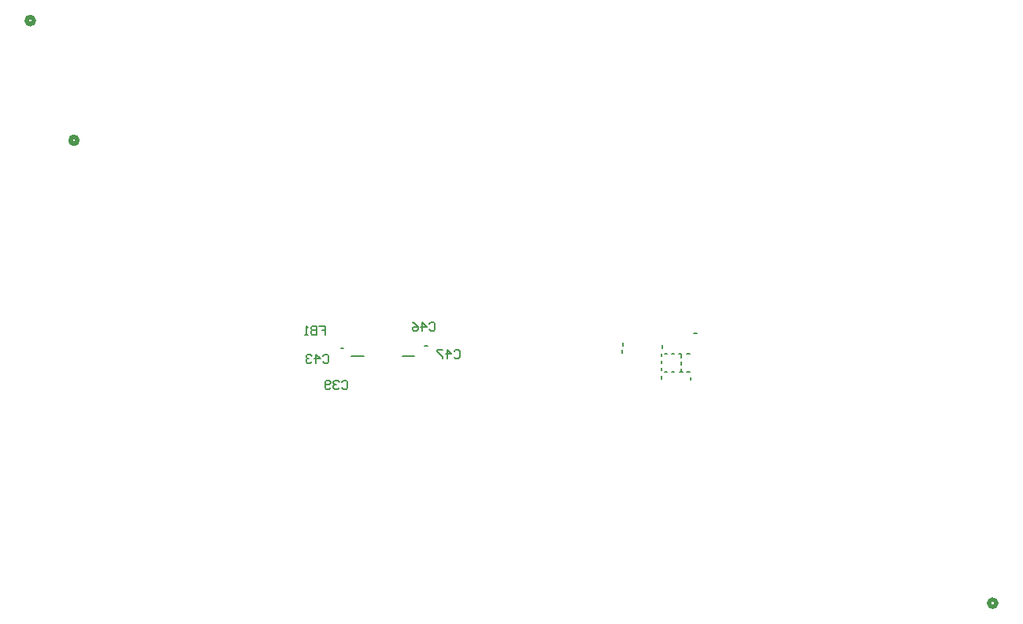
<source format=gbo>
G04*
G04 #@! TF.GenerationSoftware,Altium Limited,Altium Designer,21.5.1 (32)*
G04*
G04 Layer_Color=32896*
%FSLAX25Y25*%
%MOIN*%
G70*
G04*
G04 #@! TF.SameCoordinates,BCF79640-EA3D-49D6-A79E-8819A8E14975*
G04*
G04*
G04 #@! TF.FilePolarity,Positive*
G04*
G01*
G75*
%ADD10C,0.02000*%
%ADD13C,0.00600*%
%ADD14C,0.00787*%
D10*
X53000Y257850D02*
G03*
X53000Y257850I-1500J0D01*
G01*
X34500Y308500D02*
G03*
X34500Y308500I-1500J0D01*
G01*
X441850Y62000D02*
G03*
X441850Y62000I-1500J0D01*
G01*
D13*
X212399Y168700D02*
X212999Y169299D01*
X214199D01*
X214798Y168700D01*
Y166300D01*
X214199Y165701D01*
X212999D01*
X212399Y166300D01*
X209400Y165701D02*
Y169299D01*
X211200Y167500D01*
X208800D01*
X207601Y169299D02*
X205202D01*
Y168700D01*
X207601Y166300D01*
Y165701D01*
X155299Y179299D02*
X157699D01*
Y177500D01*
X156499D01*
X157699D01*
Y175701D01*
X154100Y179299D02*
Y175701D01*
X152300D01*
X151701Y176300D01*
Y176900D01*
X152300Y177500D01*
X154100D01*
X152300D01*
X151701Y178100D01*
Y178700D01*
X152300Y179299D01*
X154100D01*
X150501Y175701D02*
X149301D01*
X149901D01*
Y179299D01*
X150501Y178700D01*
X201899Y180200D02*
X202499Y180799D01*
X203699D01*
X204298Y180200D01*
Y177800D01*
X203699Y177201D01*
X202499D01*
X201899Y177800D01*
X198900Y177201D02*
Y180799D01*
X200700Y179000D01*
X198300D01*
X194702Y180799D02*
X195901Y180200D01*
X197101Y179000D01*
Y177800D01*
X196501Y177201D01*
X195301D01*
X194702Y177800D01*
Y178400D01*
X195301Y179000D01*
X197101D01*
X156899Y166700D02*
X157499Y167299D01*
X158699D01*
X159299Y166700D01*
Y164300D01*
X158699Y163701D01*
X157499D01*
X156899Y164300D01*
X153900Y163701D02*
Y167299D01*
X155700Y165500D01*
X153300D01*
X152101Y166700D02*
X151501Y167299D01*
X150301D01*
X149701Y166700D01*
Y166100D01*
X150301Y165500D01*
X150901D01*
X150301D01*
X149701Y164900D01*
Y164300D01*
X150301Y163701D01*
X151501D01*
X152101Y164300D01*
X164899Y155700D02*
X165499Y156299D01*
X166699D01*
X167298Y155700D01*
Y153300D01*
X166699Y152701D01*
X165499D01*
X164899Y153300D01*
X163700Y155700D02*
X163100Y156299D01*
X161900D01*
X161300Y155700D01*
Y155100D01*
X161900Y154500D01*
X162500D01*
X161900D01*
X161300Y153900D01*
Y153300D01*
X161900Y152701D01*
X163100D01*
X163700Y153300D01*
X160101D02*
X159501Y152701D01*
X158301D01*
X157702Y153300D01*
Y155700D01*
X158301Y156299D01*
X159501D01*
X160101Y155700D01*
Y155100D01*
X159501Y154500D01*
X157702D01*
D14*
X168941Y166500D02*
X174059D01*
X308638Y159909D02*
Y161091D01*
X310909Y159831D02*
X312090D01*
X308669Y165909D02*
Y167090D01*
X300331Y156910D02*
Y158091D01*
Y160409D02*
Y161591D01*
X301410Y167669D02*
X302591D01*
X304410Y159862D02*
X305591D01*
X301409Y159831D02*
X302590D01*
X300331Y163409D02*
Y164591D01*
X307909Y159862D02*
X309090D01*
X307410Y167669D02*
X308591D01*
X310910D02*
X312091D01*
X300331Y166410D02*
Y167591D01*
X283638Y167909D02*
Y169091D01*
X283701Y170909D02*
Y172091D01*
X300362Y169909D02*
Y171091D01*
X304410Y167669D02*
X305591D01*
X313909Y176331D02*
X315090D01*
X312669Y156409D02*
Y157590D01*
X308669Y162909D02*
Y164091D01*
X190441Y166437D02*
X195559D01*
X199909Y170831D02*
X201091D01*
X164409Y169831D02*
X165591D01*
M02*

</source>
